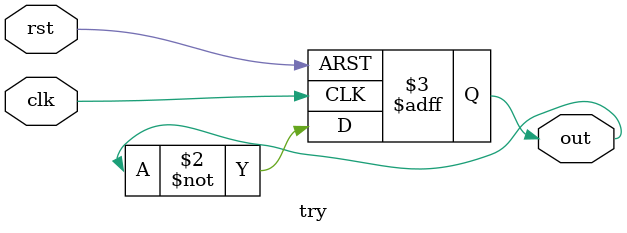
<source format=sv>
module try(input logic clk, input logic rst, output logic out);
  always_ff @(posedge clk or posedge rst)
    if (rst)
      out <= 0;
    else
      out <= ~out;
endmodule

</source>
